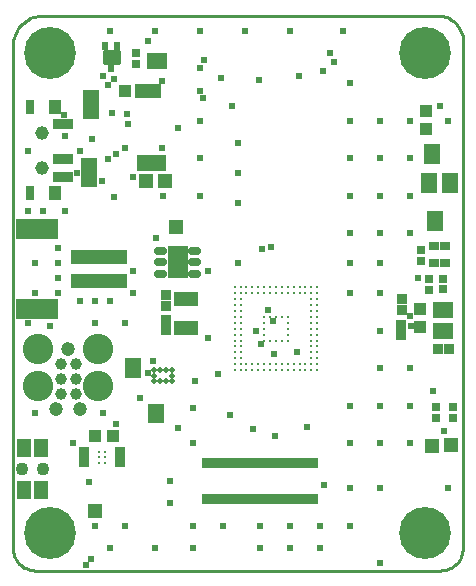
<source format=gbr>
G04 EAGLE Gerber RS-274X export*
G75*
%MOMM*%
%FSLAX34Y34*%
%LPD*%
%INSoldermask Top*%
%IPPOS*%
%AMOC8*
5,1,8,0,0,1.08239X$1,22.5*%
G01*
%ADD10C,4.394200*%
%ADD11R,1.353200X1.653200*%
%ADD12R,0.823200X0.823200*%
%ADD13R,1.653200X1.353200*%
%ADD14R,1.153200X1.203200*%
%ADD15R,0.903200X0.803200*%
%ADD16R,4.803200X1.203200*%
%ADD17R,3.603200X1.803200*%
%ADD18C,0.990600*%
%ADD19C,1.193800*%
%ADD20C,2.578100*%
%ADD21R,1.473200X0.838200*%
%ADD22R,0.838200X1.473200*%
%ADD23R,0.246381X0.787400*%
%ADD24R,9.937600X0.812800*%
%ADD25R,1.003200X1.003200*%
%ADD26R,0.703200X0.703200*%
%ADD27R,1.253200X1.603200*%
%ADD28C,1.103200*%
%ADD29R,1.703200X0.903200*%
%ADD30R,0.803200X1.203200*%
%ADD31R,1.003200X1.203200*%
%ADD32C,1.153200*%
%ADD33C,0.304800*%
%ADD34C,0.325000*%
%ADD35R,1.803200X2.703200*%
%ADD36C,0.653200*%
%ADD37R,2.108200X1.295400*%
%ADD38R,1.203200X1.203200*%
%ADD39C,0.508000*%
%ADD40R,2.203200X1.303200*%
%ADD41R,0.512413X0.703200*%
%ADD42R,0.512413X0.853200*%
%ADD43C,0.409087*%
%ADD44C,0.606400*%
%ADD45C,0.254000*%


D10*
X31750Y31750D03*
X349250Y31750D03*
X349250Y438150D03*
X31750Y438150D03*
D11*
X351934Y328422D03*
X369934Y328422D03*
D12*
X359990Y187960D03*
X368990Y187960D03*
D13*
X364236Y202836D03*
X364236Y220836D03*
D12*
X129540Y233100D03*
X129540Y224100D03*
X129540Y203526D03*
X129540Y212526D03*
X60198Y100766D03*
X60198Y91766D03*
X90678Y100766D03*
X90678Y91766D03*
X329184Y220544D03*
X329184Y229544D03*
X328930Y208208D03*
X328930Y199208D03*
D14*
X112650Y329692D03*
X128650Y329692D03*
D15*
X356188Y260716D03*
X356188Y274716D03*
X366188Y260716D03*
X366188Y274716D03*
D16*
X72560Y245270D03*
X72560Y265270D03*
D17*
X20560Y221270D03*
X20560Y289270D03*
D18*
X40386Y175006D03*
X40386Y162306D03*
X40386Y149606D03*
X53086Y149606D03*
X53086Y162306D03*
X53086Y175006D03*
D19*
X46736Y187706D03*
X56886Y136906D03*
X36586Y136906D03*
D20*
X72136Y187706D03*
X72136Y155956D03*
X21336Y155956D03*
X21336Y187706D03*
D21*
X357378Y292100D03*
X357378Y300228D03*
D22*
X118110Y431800D03*
X126238Y431800D03*
D21*
X121158Y129032D03*
X121158Y137160D03*
D23*
X201556Y60833D03*
X197556Y60833D03*
X193556Y60833D03*
X189556Y60833D03*
X185556Y60833D03*
X181556Y60833D03*
X177556Y60833D03*
X173556Y60833D03*
X169556Y60833D03*
X165556Y60833D03*
X161556Y60833D03*
X245556Y60833D03*
X241556Y60833D03*
X237556Y60833D03*
X233556Y60833D03*
X229556Y60833D03*
X225556Y60833D03*
X221556Y60833D03*
X217556Y60833D03*
X213556Y60833D03*
X209556Y60833D03*
X205556Y60833D03*
X197556Y91567D03*
X193556Y91567D03*
X189556Y91567D03*
X185556Y91567D03*
X181556Y91567D03*
X177556Y91567D03*
X173556Y91567D03*
X169556Y91567D03*
X165556Y91567D03*
X161556Y91567D03*
X245556Y91567D03*
X241556Y91567D03*
X237556Y91567D03*
X233556Y91567D03*
X229556Y91567D03*
X225556Y91567D03*
X221556Y91567D03*
X217556Y91567D03*
X213556Y91567D03*
X209556Y91567D03*
X205556Y91567D03*
X201556Y91567D03*
D24*
X209550Y60960D03*
X209550Y91440D03*
D23*
X257556Y60833D03*
X253556Y60833D03*
X249556Y60833D03*
X257556Y91567D03*
X253556Y91567D03*
X249556Y91567D03*
D25*
X344932Y206114D03*
X344932Y221114D03*
D26*
X372364Y129104D03*
X372364Y138104D03*
X358648Y129104D03*
X358648Y138104D03*
X345186Y271200D03*
X345186Y262200D03*
X363982Y247070D03*
X363982Y238070D03*
X352044Y246816D03*
X352044Y237816D03*
D25*
X349758Y388754D03*
X349758Y373754D03*
X69462Y114300D03*
X84462Y114300D03*
D27*
X24014Y103852D03*
X24014Y67852D03*
X9514Y103852D03*
X9514Y67852D03*
D28*
X7764Y85852D03*
X25764Y85852D03*
D29*
X42392Y333354D03*
X42392Y348354D03*
X42392Y378354D03*
D30*
X14892Y319354D03*
D31*
X35892Y319354D03*
D30*
X14892Y392354D03*
D31*
X35892Y392354D03*
D32*
X24892Y340854D03*
X24892Y370854D03*
D33*
X222758Y234724D03*
X217758Y234724D03*
X212758Y234724D03*
X227758Y234724D03*
X232758Y234724D03*
X197758Y234724D03*
X192758Y234724D03*
X187758Y234724D03*
X202758Y234724D03*
X207758Y234724D03*
X247758Y234724D03*
X242758Y234724D03*
X237758Y234724D03*
X252758Y234724D03*
X257758Y234724D03*
X192758Y229724D03*
X187758Y229724D03*
X252758Y229724D03*
X257758Y229724D03*
X222758Y239749D03*
X217758Y239749D03*
X212758Y239749D03*
X227758Y239749D03*
X232758Y239749D03*
X197758Y239749D03*
X192758Y239749D03*
X187758Y239749D03*
X202758Y239749D03*
X207758Y239749D03*
X247758Y239749D03*
X242758Y239749D03*
X237758Y239749D03*
X252758Y239749D03*
X257758Y239749D03*
X192758Y224724D03*
X187758Y224724D03*
X252758Y224724D03*
X257758Y224724D03*
X192758Y219724D03*
X187758Y219724D03*
X252758Y219724D03*
X257758Y219724D03*
X222758Y214724D03*
X217758Y214724D03*
X212758Y214724D03*
X227758Y214724D03*
X232758Y214724D03*
X192758Y214724D03*
X187758Y214724D03*
X252758Y214724D03*
X257758Y214724D03*
X212758Y209724D03*
X232758Y209724D03*
X192758Y209724D03*
X187758Y209724D03*
X252758Y209724D03*
X257758Y209724D03*
X212758Y204724D03*
X232758Y204724D03*
X192758Y204724D03*
X187758Y204724D03*
X252758Y204724D03*
X257758Y204724D03*
X212758Y199724D03*
X232758Y199724D03*
X192758Y199724D03*
X187758Y199724D03*
X252758Y199724D03*
X257758Y199724D03*
X222758Y194724D03*
X217758Y194724D03*
X212758Y194724D03*
X227758Y194724D03*
X232758Y194724D03*
X192758Y194724D03*
X187758Y194724D03*
X252758Y194724D03*
X257758Y194724D03*
X192758Y189724D03*
X187758Y189724D03*
X252758Y189724D03*
X257758Y189724D03*
X192758Y184724D03*
X187758Y184724D03*
X252758Y184724D03*
X257758Y184724D03*
X192758Y179724D03*
X187758Y179724D03*
X252758Y179724D03*
X257758Y179724D03*
X222758Y174724D03*
X217758Y174724D03*
X212758Y174724D03*
X227758Y174724D03*
X232758Y174724D03*
X197758Y174724D03*
X192758Y174724D03*
X187758Y174724D03*
X202758Y174724D03*
X207758Y174724D03*
X247758Y174724D03*
X242758Y174724D03*
X237758Y174724D03*
X252758Y174724D03*
X257758Y174724D03*
X222758Y169724D03*
X217758Y169724D03*
X212758Y169724D03*
X227758Y169724D03*
X232758Y169724D03*
X197758Y169724D03*
X192758Y169724D03*
X187758Y169724D03*
X202758Y169724D03*
X207758Y169724D03*
X247758Y169724D03*
X242758Y169724D03*
X237758Y169724D03*
X252758Y169724D03*
X257758Y169724D03*
D34*
X77684Y100758D03*
X72684Y100758D03*
X77684Y95758D03*
X72684Y95758D03*
X77684Y90758D03*
X72684Y90758D03*
D35*
X139446Y260858D03*
D36*
X151946Y260858D02*
X155946Y260858D01*
X126946Y260858D02*
X122946Y260858D01*
X151946Y270858D02*
X155946Y270858D01*
X155946Y250858D02*
X151946Y250858D01*
X126946Y250858D02*
X122946Y250858D01*
X122946Y270858D02*
X126946Y270858D01*
D37*
X146812Y229870D03*
X146812Y204978D03*
D21*
X66548Y386334D03*
X66548Y394462D03*
X66548Y402590D03*
D38*
X137922Y290830D03*
X69850Y50800D03*
X355092Y105664D03*
X370586Y105918D03*
D22*
X109474Y345186D03*
X117602Y345186D03*
X125730Y345186D03*
D21*
X64770Y328676D03*
X64770Y336804D03*
X64770Y344932D03*
D39*
X119500Y160100D03*
X119500Y165100D03*
X119500Y170100D03*
X124500Y160100D03*
X124500Y170100D03*
X129500Y160100D03*
X129500Y170100D03*
X134500Y160100D03*
X134500Y165100D03*
X134500Y170100D03*
D21*
X101600Y167386D03*
X101600Y175514D03*
X354584Y348488D03*
X354584Y356616D03*
D40*
X114100Y406400D03*
D25*
X95100Y406400D03*
D26*
X104394Y429078D03*
X104394Y438078D03*
D41*
X88312Y443848D03*
D42*
X83312Y426598D03*
D41*
X78312Y443848D03*
D43*
X77841Y438819D02*
X88783Y438819D01*
X88783Y430877D01*
X77841Y430877D01*
X77841Y438819D01*
X77841Y434763D02*
X88783Y434763D01*
X88783Y438649D02*
X77841Y438649D01*
D44*
X85598Y316484D03*
X87122Y353060D03*
X162052Y432562D03*
X209788Y191639D03*
X311150Y107950D03*
X311150Y69850D03*
X336550Y107950D03*
X285750Y107950D03*
X285750Y69850D03*
X285750Y38100D03*
X260350Y38100D03*
X234950Y38100D03*
X209550Y38100D03*
X177800Y38100D03*
X152400Y38100D03*
X95250Y38100D03*
X82550Y19050D03*
X120650Y19050D03*
X152400Y19050D03*
X209550Y19050D03*
X234950Y19050D03*
X260350Y19050D03*
X311150Y6350D03*
X368300Y69850D03*
X364744Y118110D03*
X336550Y139700D03*
X311150Y139700D03*
X285750Y139700D03*
X311150Y171450D03*
X336550Y171450D03*
X311150Y203200D03*
X311150Y234950D03*
X311150Y260350D03*
X311150Y285750D03*
X311150Y317500D03*
X311150Y349250D03*
X311150Y381000D03*
X285750Y381000D03*
X285750Y349250D03*
X285750Y317500D03*
X285750Y285750D03*
X285750Y260350D03*
X285750Y234950D03*
X336550Y285750D03*
X336550Y317500D03*
X336550Y349250D03*
X336550Y381000D03*
X368300Y381000D03*
X279400Y457200D03*
X234950Y457200D03*
X196850Y457200D03*
X158750Y457200D03*
X120650Y457200D03*
X82550Y457200D03*
X158750Y425450D03*
X158750Y381000D03*
X158750Y349250D03*
X158750Y317500D03*
X127000Y317500D03*
X25400Y304800D03*
X12700Y304800D03*
X12700Y355600D03*
X285750Y412750D03*
X190500Y361950D03*
X190500Y336550D03*
X190500Y311150D03*
X165100Y254000D03*
X101600Y254000D03*
X101600Y234950D03*
X82550Y228600D03*
X69850Y228600D03*
X57150Y228600D03*
X38100Y234950D03*
X38100Y247650D03*
X38100Y260350D03*
X38100Y273050D03*
X19050Y260350D03*
X19050Y234950D03*
X69850Y209550D03*
X12700Y209550D03*
X19050Y133350D03*
X76200Y133350D03*
X64770Y75184D03*
X133350Y76200D03*
X133350Y57150D03*
X152400Y107950D03*
X139700Y120650D03*
X263144Y72644D03*
X221996Y113792D03*
X203200Y119888D03*
X184150Y131318D03*
X152400Y137668D03*
X154178Y160528D03*
X165100Y196850D03*
X221234Y183642D03*
X240284Y185166D03*
X216408Y220980D03*
X190500Y260350D03*
X242062Y418592D03*
X262382Y422656D03*
X176022Y416814D03*
X85344Y416306D03*
X173736Y166116D03*
X249428Y121158D03*
X342900Y247650D03*
X218186Y273558D03*
X211074Y272542D03*
X337312Y206756D03*
X205486Y203200D03*
X69342Y37846D03*
X84002Y387062D03*
X61722Y4826D03*
X65971Y10160D03*
X96266Y386842D03*
X97282Y377952D03*
X66802Y365252D03*
X54610Y336550D03*
X185633Y393700D03*
X361950Y393700D03*
X95250Y209550D03*
X126492Y414274D03*
X114300Y448564D03*
X95250Y357378D03*
X161290Y400050D03*
X44450Y304800D03*
X76200Y419100D03*
X44450Y368300D03*
X158750Y406400D03*
X120904Y281686D03*
X336550Y215900D03*
X355600Y152400D03*
X50800Y107950D03*
X31750Y207264D03*
X220218Y211074D03*
X271526Y430784D03*
X268224Y438150D03*
X101600Y332994D03*
X80518Y348742D03*
X75184Y329692D03*
X126238Y357378D03*
X139700Y374650D03*
X87376Y124460D03*
X80595Y410702D03*
X208026Y415036D03*
X114300Y167386D03*
X57150Y355600D03*
X43434Y386080D03*
X107950Y146050D03*
X118505Y177179D03*
D45*
X0Y19050D02*
X73Y17390D01*
X289Y15742D01*
X649Y14120D01*
X1149Y12535D01*
X1785Y10999D01*
X2552Y9525D01*
X3445Y8123D01*
X4457Y6805D01*
X5580Y5580D01*
X6805Y4457D01*
X8123Y3445D01*
X9525Y2552D01*
X10999Y1785D01*
X12535Y1149D01*
X14120Y649D01*
X15742Y289D01*
X17390Y73D01*
X19050Y0D01*
X361950Y0D01*
X363610Y73D01*
X365258Y289D01*
X366881Y649D01*
X368465Y1149D01*
X370001Y1785D01*
X371475Y2552D01*
X372877Y3445D01*
X374195Y4457D01*
X375420Y5580D01*
X376543Y6805D01*
X377555Y8123D01*
X378448Y9525D01*
X379215Y10999D01*
X379851Y12535D01*
X380351Y14120D01*
X380711Y15742D01*
X380928Y17390D01*
X381000Y19050D01*
X381000Y444500D01*
X381192Y446449D01*
X381214Y448408D01*
X381064Y450360D01*
X380746Y452293D01*
X380260Y454190D01*
X379610Y456038D01*
X378802Y457822D01*
X377841Y459529D01*
X376736Y461145D01*
X375493Y462660D01*
X374124Y464060D01*
X372637Y465335D01*
X371045Y466476D01*
X369360Y467474D01*
X367594Y468321D01*
X365761Y469011D01*
X363875Y469539D01*
X361950Y469900D01*
X25400Y469900D01*
X23186Y469803D01*
X20989Y469514D01*
X18826Y469035D01*
X16713Y468368D01*
X14666Y467520D01*
X12700Y466497D01*
X10831Y465306D01*
X9073Y463958D01*
X7440Y462461D01*
X5942Y460827D01*
X4594Y459069D01*
X3403Y457200D01*
X2380Y455235D01*
X1532Y453187D01*
X865Y451074D01*
X386Y448911D01*
X97Y446714D01*
X0Y444500D01*
X0Y19050D01*
M02*

</source>
